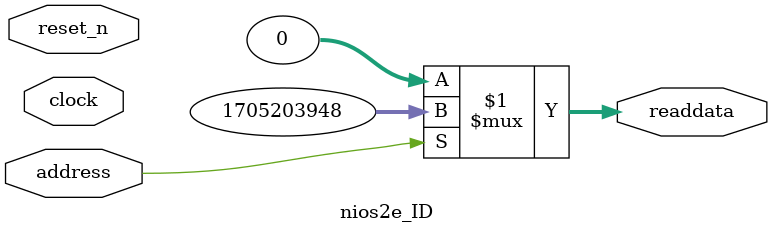
<source format=v>



// synthesis translate_off
`timescale 1ns / 1ps
// synthesis translate_on

// turn off superfluous verilog processor warnings 
// altera message_level Level1 
// altera message_off 10034 10035 10036 10037 10230 10240 10030 

module nios2e_ID (
               // inputs:
                address,
                clock,
                reset_n,

               // outputs:
                readdata
             )
;

  output  [ 31: 0] readdata;
  input            address;
  input            clock;
  input            reset_n;

  wire    [ 31: 0] readdata;
  //control_slave, which is an e_avalon_slave
  assign readdata = address ? 1705203948 : 0;

endmodule



</source>
